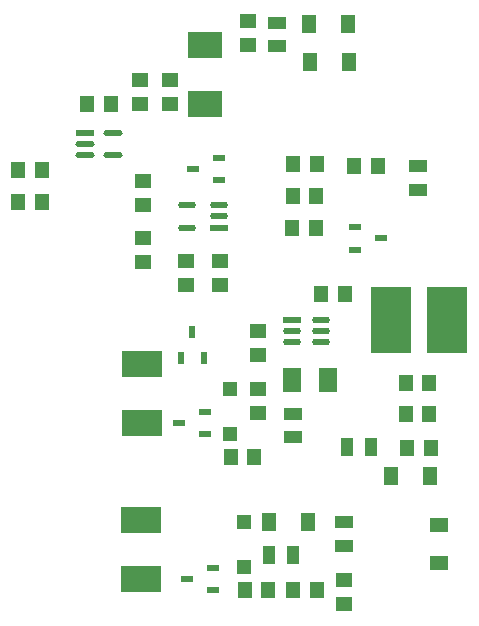
<source format=gtp>
G04*
G04 #@! TF.GenerationSoftware,Altium Limited,Altium Designer,24.10.1 (45)*
G04*
G04 Layer_Color=8421504*
%FSLAX24Y24*%
%MOIN*%
G70*
G04*
G04 #@! TF.SameCoordinates,C6CBD9EB-9E9D-4DD1-ADCD-94E966FD8E1D*
G04*
G04*
G04 #@! TF.FilePolarity,Positive*
G04*
G01*
G75*
%ADD25R,0.0606X0.0223*%
G04:AMPARAMS|DCode=26|XSize=60.6mil|YSize=22.3mil|CornerRadius=11.1mil|HoleSize=0mil|Usage=FLASHONLY|Rotation=0.000|XOffset=0mil|YOffset=0mil|HoleType=Round|Shape=RoundedRectangle|*
%AMROUNDEDRECTD26*
21,1,0.0606,0.0000,0,0,0.0*
21,1,0.0383,0.0223,0,0,0.0*
1,1,0.0223,0.0192,0.0000*
1,1,0.0223,-0.0192,0.0000*
1,1,0.0223,-0.0192,0.0000*
1,1,0.0223,0.0192,0.0000*
%
%ADD26ROUNDEDRECTD26*%
%ADD27R,0.0645X0.0197*%
G04:AMPARAMS|DCode=28|XSize=64.5mil|YSize=19.7mil|CornerRadius=9.8mil|HoleSize=0mil|Usage=FLASHONLY|Rotation=0.000|XOffset=0mil|YOffset=0mil|HoleType=Round|Shape=RoundedRectangle|*
%AMROUNDEDRECTD28*
21,1,0.0645,0.0000,0,0,0.0*
21,1,0.0448,0.0197,0,0,0.0*
1,1,0.0197,0.0224,0.0000*
1,1,0.0197,-0.0224,0.0000*
1,1,0.0197,-0.0224,0.0000*
1,1,0.0197,0.0224,0.0000*
%
%ADD28ROUNDEDRECTD28*%
%ADD29R,0.0591X0.0394*%
%ADD30R,0.0394X0.0591*%
%ADD31R,0.0472X0.0591*%
%ADD32R,0.0591X0.0472*%
%ADD33R,0.1181X0.0906*%
%ADD34R,0.1378X0.0906*%
%ADD35R,0.0433X0.0236*%
%ADD36R,0.0236X0.0433*%
%ADD37R,0.0480X0.0472*%
%ADD38R,0.1378X0.2244*%
%ADD39R,0.0551X0.0472*%
%ADD40R,0.0472X0.0551*%
%ADD41R,0.0630X0.0787*%
%ADD42R,0.0472X0.0551*%
%ADD43R,0.0551X0.0472*%
D25*
X9836Y12549D02*
D03*
X7388Y15620D02*
D03*
D26*
X9836Y12175D02*
D03*
Y11801D02*
D03*
X10793D02*
D03*
Y12175D02*
D03*
Y12549D02*
D03*
X6332Y15620D02*
D03*
Y16368D02*
D03*
X7388D02*
D03*
Y15994D02*
D03*
D27*
X2946Y18780D02*
D03*
D28*
Y18406D02*
D03*
Y18032D02*
D03*
X3865D02*
D03*
Y18780D02*
D03*
D29*
X9882Y8632D02*
D03*
Y9419D02*
D03*
X9350Y21663D02*
D03*
Y22451D02*
D03*
X11555Y5002D02*
D03*
Y5789D02*
D03*
X14026Y16880D02*
D03*
Y17667D02*
D03*
D30*
X12461Y8317D02*
D03*
X11673D02*
D03*
X9872Y4715D02*
D03*
X9085D02*
D03*
D31*
X10439Y21152D02*
D03*
X11726D02*
D03*
X10400Y22411D02*
D03*
X11687D02*
D03*
X13142Y7333D02*
D03*
X14429D02*
D03*
X10372Y5789D02*
D03*
X9085D02*
D03*
D32*
X14744Y5719D02*
D03*
Y4431D02*
D03*
D33*
X6949Y21703D02*
D03*
Y19734D02*
D03*
D34*
X4852Y9110D02*
D03*
Y11079D02*
D03*
X4813Y3888D02*
D03*
Y5856D02*
D03*
D35*
X6066Y9110D02*
D03*
X6926Y9480D02*
D03*
Y8740D02*
D03*
X12802Y15256D02*
D03*
X11942Y14886D02*
D03*
Y15626D02*
D03*
X6332Y3898D02*
D03*
X7192Y4268D02*
D03*
Y3528D02*
D03*
X6539Y17569D02*
D03*
X7398Y17939D02*
D03*
Y17199D02*
D03*
D36*
X6516Y12143D02*
D03*
X6886Y11283D02*
D03*
X6146D02*
D03*
D37*
X7785Y10238D02*
D03*
Y8738D02*
D03*
X8248Y5789D02*
D03*
Y4289D02*
D03*
D38*
X15000Y12530D02*
D03*
X13150D02*
D03*
D39*
X8691Y11378D02*
D03*
Y12165D02*
D03*
X8711Y10226D02*
D03*
Y9439D02*
D03*
X8366Y21703D02*
D03*
Y22490D02*
D03*
X7421Y14498D02*
D03*
Y13711D02*
D03*
X4872Y14468D02*
D03*
Y15256D02*
D03*
X4872Y16383D02*
D03*
Y17171D02*
D03*
X11555Y3858D02*
D03*
Y3071D02*
D03*
D40*
X13681Y8278D02*
D03*
X14468D02*
D03*
X7795Y7982D02*
D03*
X8583D02*
D03*
X3799Y19734D02*
D03*
X3012D02*
D03*
X10640Y15600D02*
D03*
X9852D02*
D03*
X12697Y17687D02*
D03*
X11909D02*
D03*
X10650Y16663D02*
D03*
X9862D02*
D03*
X10659Y17736D02*
D03*
X9872D02*
D03*
X9882Y3553D02*
D03*
X10669D02*
D03*
X8257Y3554D02*
D03*
X9044D02*
D03*
D41*
X9852Y10541D02*
D03*
X11033D02*
D03*
D42*
X10807Y13396D02*
D03*
X11594D02*
D03*
X14419Y10453D02*
D03*
X13632D02*
D03*
X14419Y9400D02*
D03*
X13632D02*
D03*
X1506Y16476D02*
D03*
X719D02*
D03*
X1506Y17549D02*
D03*
X719D02*
D03*
D43*
X4783Y19734D02*
D03*
Y20522D02*
D03*
X5768Y19734D02*
D03*
Y20522D02*
D03*
X6319Y14498D02*
D03*
Y13711D02*
D03*
M02*

</source>
